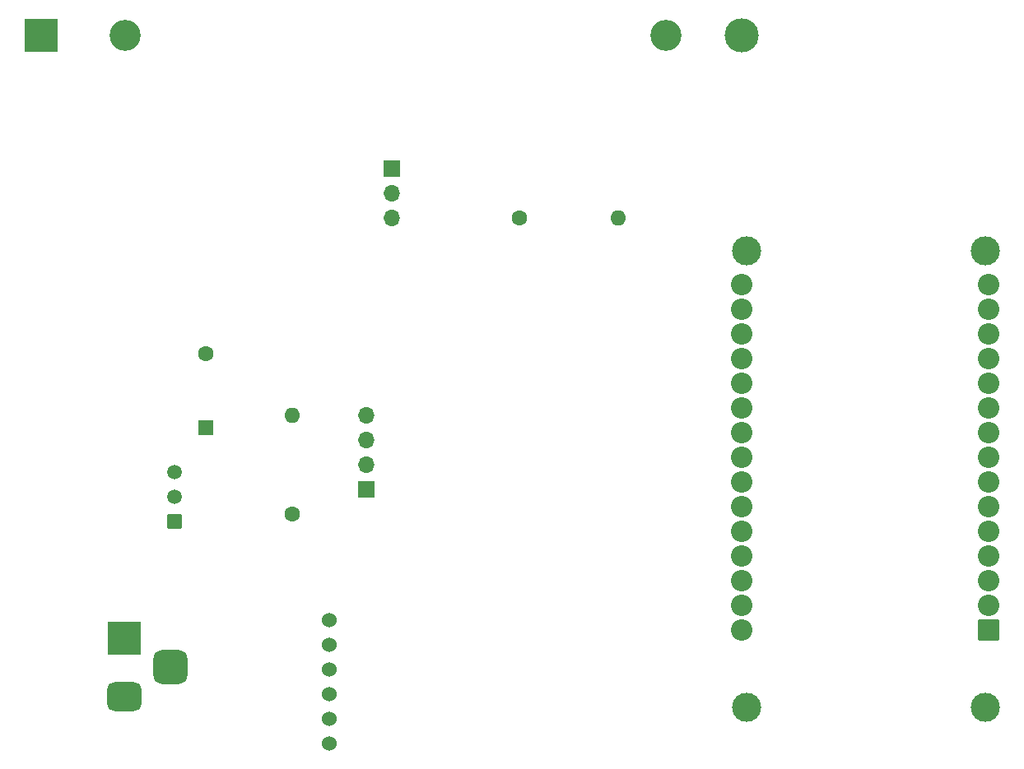
<source format=gbr>
%TF.GenerationSoftware,KiCad,Pcbnew,7.0.7*%
%TF.CreationDate,2023-11-20T10:45:27-05:00*%
%TF.ProjectId,Pocillo Termosensible,506f6369-6c6c-46f2-9054-65726d6f7365,rev?*%
%TF.SameCoordinates,Original*%
%TF.FileFunction,Soldermask,Bot*%
%TF.FilePolarity,Negative*%
%FSLAX46Y46*%
G04 Gerber Fmt 4.6, Leading zero omitted, Abs format (unit mm)*
G04 Created by KiCad (PCBNEW 7.0.7) date 2023-11-20 10:45:27*
%MOMM*%
%LPD*%
G01*
G04 APERTURE LIST*
G04 Aperture macros list*
%AMRoundRect*
0 Rectangle with rounded corners*
0 $1 Rounding radius*
0 $2 $3 $4 $5 $6 $7 $8 $9 X,Y pos of 4 corners*
0 Add a 4 corners polygon primitive as box body*
4,1,4,$2,$3,$4,$5,$6,$7,$8,$9,$2,$3,0*
0 Add four circle primitives for the rounded corners*
1,1,$1+$1,$2,$3*
1,1,$1+$1,$4,$5*
1,1,$1+$1,$6,$7*
1,1,$1+$1,$8,$9*
0 Add four rect primitives between the rounded corners*
20,1,$1+$1,$2,$3,$4,$5,0*
20,1,$1+$1,$4,$5,$6,$7,0*
20,1,$1+$1,$6,$7,$8,$9,0*
20,1,$1+$1,$8,$9,$2,$3,0*%
G04 Aperture macros list end*
%ADD10C,3.500000*%
%ADD11R,3.500000X3.500000*%
%ADD12C,3.200000*%
%ADD13R,1.700000X1.700000*%
%ADD14O,1.700000X1.700000*%
%ADD15C,3.000000*%
%ADD16RoundRect,0.102000X1.000000X1.000000X-1.000000X1.000000X-1.000000X-1.000000X1.000000X-1.000000X0*%
%ADD17C,2.204000*%
%ADD18C,1.524000*%
%ADD19R,1.600000X1.600000*%
%ADD20C,1.600000*%
%ADD21RoundRect,0.102000X0.649000X-0.649000X0.649000X0.649000X-0.649000X0.649000X-0.649000X-0.649000X0*%
%ADD22C,1.502000*%
%ADD23O,1.600000X1.600000*%
%ADD24RoundRect,0.750000X1.000000X-0.750000X1.000000X0.750000X-1.000000X0.750000X-1.000000X-0.750000X0*%
%ADD25RoundRect,0.875000X0.875000X-0.875000X0.875000X0.875000X-0.875000X0.875000X-0.875000X-0.875000X0*%
G04 APERTURE END LIST*
D10*
%TO.C,BT1*%
X137600000Y-42164000D03*
D11*
X65600000Y-42164000D03*
D12*
X129855000Y-42164000D03*
X74245000Y-42164000D03*
%TD*%
D13*
%TO.C,J2*%
X99060000Y-88900000D03*
D14*
X99060000Y-86360000D03*
X99060000Y-83820000D03*
X99060000Y-81280000D03*
%TD*%
D15*
%TO.C,U1*%
X162648000Y-111359000D03*
X162648000Y-64409000D03*
X138138000Y-111359000D03*
X138138000Y-64409000D03*
D16*
X163068000Y-103399000D03*
D17*
X163068000Y-100859000D03*
X163068000Y-98319000D03*
X163068000Y-95779000D03*
X163068000Y-93239000D03*
X163068000Y-90699000D03*
X163068000Y-88159000D03*
X163068000Y-85619000D03*
X163068000Y-83079000D03*
X163068000Y-80539000D03*
X163068000Y-77999000D03*
X163068000Y-75459000D03*
X163068000Y-72919000D03*
X163068000Y-70379000D03*
X163068000Y-67839000D03*
X137668000Y-67839000D03*
X137668000Y-70379000D03*
X137668000Y-72919000D03*
X137668000Y-75459000D03*
X137668000Y-77999000D03*
X137668000Y-80539000D03*
X137668000Y-83079000D03*
X137668000Y-85619000D03*
X137668000Y-88159000D03*
X137668000Y-90699000D03*
X137668000Y-93239000D03*
X137668000Y-95779000D03*
X137668000Y-98319000D03*
X137668000Y-100859000D03*
X137668000Y-103399000D03*
%TD*%
D18*
%TO.C,U2*%
X95250000Y-102362000D03*
X95250000Y-104902000D03*
X95250000Y-107442000D03*
X95250000Y-109982000D03*
X95250000Y-112522000D03*
X95250000Y-115062000D03*
%TD*%
D19*
%TO.C,BZ1*%
X82550000Y-82540000D03*
D20*
X82550000Y-74940000D03*
%TD*%
D13*
%TO.C,J1*%
X101625000Y-55895000D03*
D14*
X101625000Y-58435000D03*
X101625000Y-60975000D03*
%TD*%
D21*
%TO.C,Q1*%
X79271000Y-92247500D03*
D22*
X79271000Y-89707500D03*
X79271000Y-87167500D03*
%TD*%
D20*
%TO.C,R1*%
X91440000Y-91440000D03*
D23*
X91440000Y-81280000D03*
%TD*%
D11*
%TO.C,J3*%
X74168000Y-104236000D03*
D24*
X74168000Y-110236000D03*
D25*
X78868000Y-107236000D03*
%TD*%
D20*
%TO.C,R2*%
X114808000Y-60960000D03*
D23*
X124968000Y-60960000D03*
%TD*%
M02*

</source>
